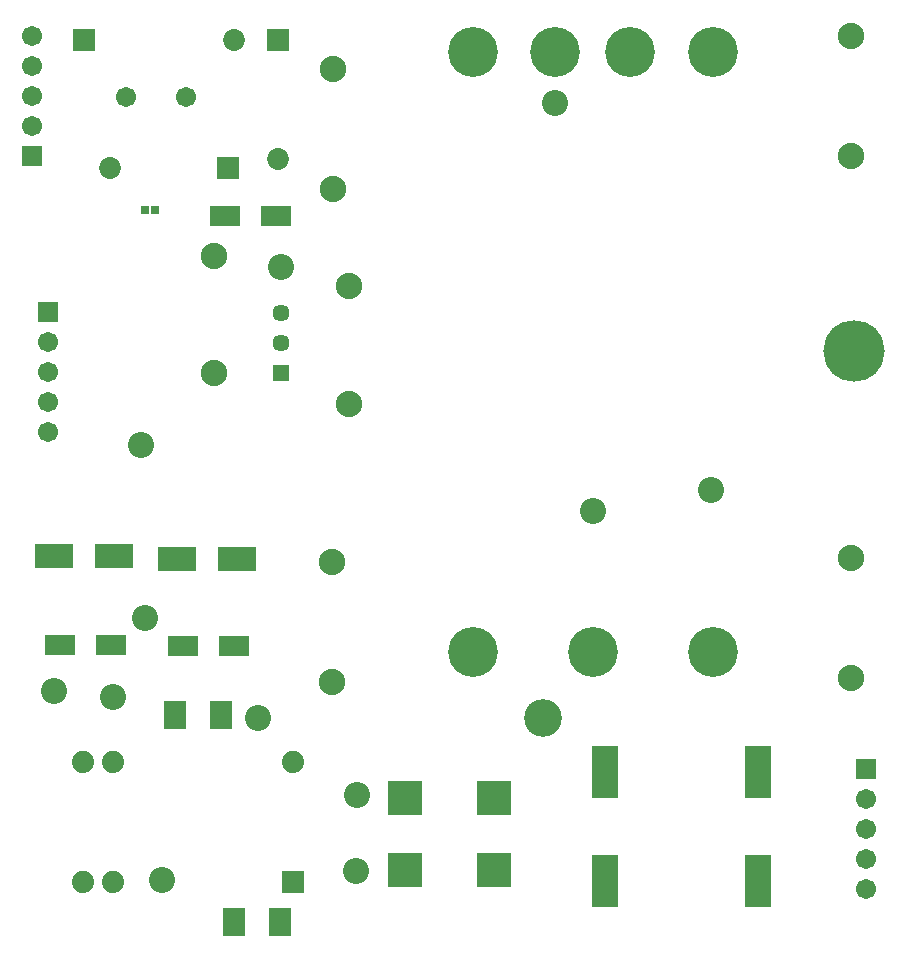
<source format=gbs>
G04*
G04 #@! TF.GenerationSoftware,Altium Limited,Altium Designer,19.0.10 (269)*
G04*
G04 Layer_Color=16711935*
%FSLAX25Y25*%
%MOIN*%
G70*
G01*
G75*
%ADD13C,0.06706*%
%ADD14R,0.06706X0.06706*%
%ADD15C,0.16627*%
%ADD16C,0.07400*%
%ADD17R,0.07400X0.07400*%
%ADD18R,0.05713X0.05713*%
%ADD19C,0.05713*%
%ADD20C,0.08800*%
%ADD21R,0.07296X0.07296*%
%ADD22C,0.07296*%
%ADD23R,0.07296X0.07296*%
%ADD24C,0.08674*%
%ADD25C,0.20485*%
%ADD26C,0.12611*%
%ADD50R,0.11430X0.11430*%
%ADD51R,0.07200X0.09800*%
%ADD52R,0.12611X0.07887*%
%ADD53R,0.09973X0.06942*%
%ADD54R,0.02926X0.03162*%
%ADD55R,0.09068X0.17729*%
D13*
X14500Y173000D02*
D03*
Y183000D02*
D03*
Y193000D02*
D03*
Y203000D02*
D03*
X287000Y20500D02*
D03*
Y30500D02*
D03*
Y40500D02*
D03*
Y50500D02*
D03*
X9000Y305000D02*
D03*
Y295000D02*
D03*
Y285000D02*
D03*
Y275000D02*
D03*
X60500Y284500D02*
D03*
X40500D02*
D03*
D14*
X14500Y213000D02*
D03*
X287000Y60500D02*
D03*
X9000Y265000D02*
D03*
D15*
X156000Y299500D02*
D03*
X183500D02*
D03*
X208500D02*
D03*
X236000D02*
D03*
X156000Y99500D02*
D03*
X196000D02*
D03*
X236000D02*
D03*
D16*
X96000Y63000D02*
D03*
X36000D02*
D03*
X26000D02*
D03*
Y23000D02*
D03*
X36000D02*
D03*
D17*
X96000D02*
D03*
D18*
X92000Y192500D02*
D03*
D19*
Y202500D02*
D03*
Y212500D02*
D03*
D20*
X114724Y221500D02*
D03*
X114724Y182295D02*
D03*
X69776Y192500D02*
D03*
X69776Y231705D02*
D03*
X109500Y254000D02*
D03*
Y294000D02*
D03*
X109000Y89781D02*
D03*
Y129781D02*
D03*
X282000Y131000D02*
D03*
Y91000D02*
D03*
Y265000D02*
D03*
Y305000D02*
D03*
D21*
X91000Y303500D02*
D03*
D22*
Y264000D02*
D03*
X35000Y261000D02*
D03*
X76500Y303500D02*
D03*
D23*
X74500Y261000D02*
D03*
X26500Y303500D02*
D03*
D24*
X196000Y146500D02*
D03*
X92000Y228000D02*
D03*
X52500Y23500D02*
D03*
X235500Y153500D02*
D03*
X117000Y26500D02*
D03*
X84500Y77500D02*
D03*
X117500Y52000D02*
D03*
X16300Y86500D02*
D03*
X36000Y84500D02*
D03*
X183500Y282500D02*
D03*
X46800Y111100D02*
D03*
X45300Y168500D02*
D03*
D25*
X283000Y200000D02*
D03*
D26*
X179500Y77500D02*
D03*
D50*
X163000Y51000D02*
D03*
Y27000D02*
D03*
X133500D02*
D03*
Y51000D02*
D03*
D51*
X91700Y9500D02*
D03*
X76300D02*
D03*
X72200Y78500D02*
D03*
X56800D02*
D03*
D52*
X77539Y130500D02*
D03*
X57461D02*
D03*
X36539Y131500D02*
D03*
X16461D02*
D03*
D53*
X18575Y102000D02*
D03*
X35425D02*
D03*
X59575Y101500D02*
D03*
X76425D02*
D03*
X73575Y245000D02*
D03*
X90425D02*
D03*
D54*
X50193Y247000D02*
D03*
X46807D02*
D03*
D55*
X251000Y23193D02*
D03*
Y59807D02*
D03*
X200000Y23193D02*
D03*
Y59807D02*
D03*
M02*

</source>
